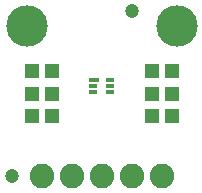
<source format=gbr>
G04 EAGLE Gerber RS-274X export*
G75*
%MOMM*%
%FSLAX34Y34*%
%LPD*%
%INSoldermask Top*%
%IPPOS*%
%AMOC8*
5,1,8,0,0,1.08239X$1,22.5*%
G01*
%ADD10R,0.803200X0.453200*%
%ADD11R,0.953200X0.453200*%
%ADD12R,1.303200X1.203200*%
%ADD13C,2.082800*%
%ADD14C,1.203200*%
%ADD15C,3.505200*%


D10*
X96100Y83900D03*
X96100Y93900D03*
X96100Y88900D03*
X81700Y83900D03*
X81700Y88900D03*
D11*
X82450Y93900D03*
D12*
X29600Y82550D03*
X46600Y82550D03*
X29600Y101600D03*
X46600Y101600D03*
X29600Y63500D03*
X46600Y63500D03*
X131200Y63500D03*
X148200Y63500D03*
X131200Y82550D03*
X148200Y82550D03*
X131200Y101600D03*
X148200Y101600D03*
D13*
X38100Y12700D03*
X63500Y12700D03*
X88900Y12700D03*
X114300Y12700D03*
X139700Y12700D03*
D14*
X114300Y152400D03*
X12700Y12700D03*
D15*
X25400Y139700D03*
X152400Y139700D03*
M02*

</source>
